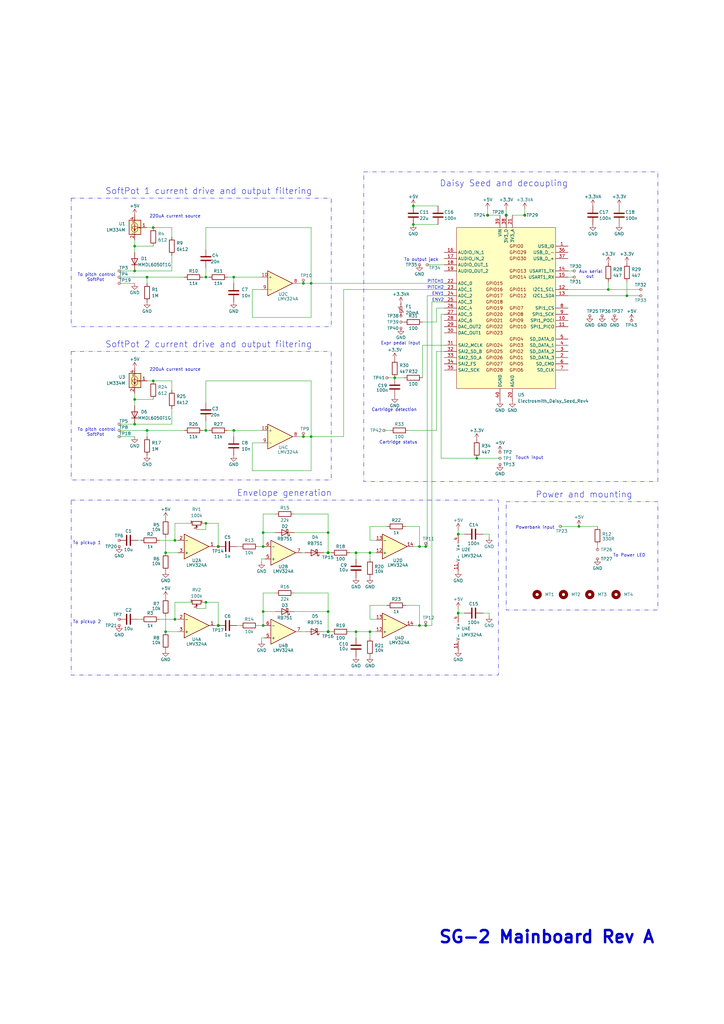
<source format=kicad_sch>
(kicad_sch (version 20230121) (generator eeschema)
  (paper "A3" portrait)
  (junction (at 107.95 250.825))
  (junction (at 151.765 259.08))
  (junction (at 55.245 111.125))
  (junction (at 107.95 256.54))
  (junction (at 257.175 121.285))
  (junction (at 151.765 226.695))
  (junction (at 187.96 251.46))
  (junction (at 127.635 116.205))
  (junction (at 84.455 214.63))
  (junction (at 84.455 113.665))
  (junction (at 127.635 179.07))
  (junction (at 146.05 226.695))
  (junction (at 249.555 118.745))
  (junction (at 169.545 84.455))
  (junction (at 215.265 88.265))
  (junction (at 60.325 113.665))
  (junction (at 172.085 256.54))
  (junction (at 84.455 176.53))
  (junction (at 62.865 156.21))
  (junction (at 146.05 259.08))
  (junction (at 95.885 113.665))
  (junction (at 89.535 256.54))
  (junction (at 71.755 254))
  (junction (at 195.58 187.96))
  (junction (at 169.545 92.075))
  (junction (at 107.95 218.44))
  (junction (at 55.245 173.99))
  (junction (at 134.62 226.695))
  (junction (at 60.325 176.53))
  (junction (at 207.645 88.265))
  (junction (at 124.46 179.07))
  (junction (at 237.49 215.9))
  (junction (at 172.085 224.155))
  (junction (at 71.755 221.615))
  (junction (at 124.46 116.205))
  (junction (at 161.925 154.94))
  (junction (at 187.96 219.075))
  (junction (at 84.455 247.015))
  (junction (at 55.245 100.965))
  (junction (at 95.885 176.53))
  (junction (at 134.62 259.08))
  (junction (at 67.945 259.08))
  (junction (at 55.245 163.83))
  (junction (at 62.865 93.345))
  (junction (at 200.025 88.265))
  (junction (at 107.95 224.155))
  (junction (at 174.625 256.54))
  (junction (at 134.62 218.44))
  (junction (at 174.625 224.155))
  (junction (at 134.62 250.825))
  (junction (at 67.945 226.695))
  (junction (at 89.535 224.155))
  (wire (pts (xy 55.245 98.425) (xy 55.245 100.965)))
  (wire (pts (xy 205.105 187.96) (xy 195.58 187.96)))
  (wire (pts (xy 108.585 229.235) (xy 107.315 229.235)))
  (wire (pts (xy 127.635 179.07) (xy 140.97 179.07)))
  (wire (pts (xy 127.635 116.205) (xy 182.245 116.205)))
  (wire (pts (xy 124.46 177.8) (xy 124.46 179.07)))
  (wire (pts (xy 174.625 222.885) (xy 174.625 224.155)))
  (wire (pts (xy 71.755 214.63) (xy 78.105 214.63)))
  (wire (pts (xy 134.62 259.08) (xy 132.715 259.08)))
  (wire (pts (xy 134.62 226.695) (xy 132.715 226.695)))
  (wire (pts (xy 173.355 141.605) (xy 182.245 141.605)))
  (wire (pts (xy 134.62 226.695) (xy 135.89 226.695)))
  (wire (pts (xy 158.75 248.285) (xy 151.765 248.285)))
  (wire (pts (xy 60.325 113.665) (xy 75.565 113.665)))
  (wire (pts (xy 233.045 118.745) (xy 249.555 118.745)))
  (wire (pts (xy 179.07 126.365) (xy 182.245 126.365)))
  (wire (pts (xy 172.085 248.285) (xy 172.085 256.54)))
  (wire (pts (xy 134.62 210.82) (xy 134.62 218.44)))
  (wire (pts (xy 151.765 254) (xy 154.305 254)))
  (wire (pts (xy 180.975 128.905) (xy 180.975 187.96)))
  (wire (pts (xy 173.355 154.94) (xy 173.355 141.605)))
  (wire (pts (xy 124.46 114.935) (xy 124.46 116.205)))
  (wire (pts (xy 84.455 165.1) (xy 84.455 156.21)))
  (wire (pts (xy 84.455 247.015) (xy 89.535 247.015)))
  (wire (pts (xy 97.155 256.54) (xy 98.425 256.54)))
  (wire (pts (xy 200.66 251.46) (xy 200.66 252.73)))
  (wire (pts (xy 233.045 111.125) (xy 235.585 111.125)))
  (wire (pts (xy 95.885 176.53) (xy 95.885 179.07)))
  (wire (pts (xy 103.505 181.61) (xy 107.315 181.61)))
  (wire (pts (xy 179.07 132.08) (xy 179.07 126.365)))
  (wire (pts (xy 157.48 176.53) (xy 160.02 176.53)))
  (wire (pts (xy 65.405 221.615) (xy 71.755 221.615)))
  (wire (pts (xy 134.62 243.205) (xy 134.62 250.825)))
  (wire (pts (xy 172.085 224.155) (xy 169.545 224.155)))
  (wire (pts (xy 55.245 100.965) (xy 55.245 103.505)))
  (wire (pts (xy 84.455 214.63) (xy 84.455 217.17)))
  (wire (pts (xy 83.185 247.015) (xy 84.455 247.015)))
  (wire (pts (xy 146.05 259.08) (xy 146.05 261.62)))
  (wire (pts (xy 95.885 113.665) (xy 107.315 113.665)))
  (wire (pts (xy 48.895 173.99) (xy 55.245 173.99)))
  (wire (pts (xy 60.325 113.665) (xy 60.325 116.205)))
  (wire (pts (xy 187.96 217.17) (xy 187.96 219.075)))
  (wire (pts (xy 169.545 84.455) (xy 179.705 84.455)))
  (wire (pts (xy 134.62 218.44) (xy 134.62 226.695)))
  (wire (pts (xy 158.75 215.9) (xy 151.765 215.9)))
  (wire (pts (xy 198.12 251.46) (xy 200.66 251.46)))
  (wire (pts (xy 175.26 108.585) (xy 182.245 108.585)))
  (wire (pts (xy 84.455 172.72) (xy 84.455 176.53)))
  (wire (pts (xy 84.455 93.345) (xy 127.635 93.345)))
  (wire (pts (xy 107.95 210.82) (xy 107.95 218.44)))
  (wire (pts (xy 70.485 93.345) (xy 70.485 97.155)))
  (wire (pts (xy 48.895 179.07) (xy 55.245 179.07)))
  (wire (pts (xy 55.245 163.83) (xy 55.245 166.37)))
  (wire (pts (xy 71.755 247.015) (xy 78.105 247.015)))
  (wire (pts (xy 237.49 215.9) (xy 245.11 215.9)))
  (wire (pts (xy 166.37 248.285) (xy 172.085 248.285)))
  (wire (pts (xy 166.37 215.9) (xy 172.085 215.9)))
  (wire (pts (xy 89.535 247.015) (xy 89.535 256.54)))
  (wire (pts (xy 151.765 248.285) (xy 151.765 254)))
  (wire (pts (xy 257.175 115.57) (xy 257.175 121.285)))
  (wire (pts (xy 107.95 243.205) (xy 107.95 250.825)))
  (wire (pts (xy 83.185 113.665) (xy 84.455 113.665)))
  (wire (pts (xy 103.505 118.745) (xy 103.505 130.175)))
  (wire (pts (xy 107.315 229.235) (xy 107.315 230.505)))
  (wire (pts (xy 60.325 156.21) (xy 62.865 156.21)))
  (wire (pts (xy 55.245 161.29) (xy 55.245 163.83)))
  (wire (pts (xy 55.245 163.83) (xy 62.865 163.83)))
  (wire (pts (xy 84.455 109.855) (xy 84.455 113.665)))
  (wire (pts (xy 56.515 221.615) (xy 57.785 221.615)))
  (wire (pts (xy 113.03 218.44) (xy 107.95 218.44)))
  (wire (pts (xy 107.95 250.825) (xy 107.95 256.54)))
  (wire (pts (xy 103.505 118.745) (xy 107.315 118.745)))
  (wire (pts (xy 177.165 123.825) (xy 177.165 256.54)))
  (wire (pts (xy 174.625 255.27) (xy 174.625 256.54)))
  (wire (pts (xy 60.325 176.53) (xy 60.325 179.07)))
  (wire (pts (xy 56.515 254) (xy 57.785 254)))
  (wire (pts (xy 174.625 224.155) (xy 175.26 224.155)))
  (wire (pts (xy 127.635 93.345) (xy 127.635 116.205)))
  (wire (pts (xy 103.505 193.04) (xy 127.635 193.04)))
  (wire (pts (xy 172.085 256.54) (xy 169.545 256.54)))
  (wire (pts (xy 67.945 220.345) (xy 67.945 226.695)))
  (wire (pts (xy 106.045 224.155) (xy 107.95 224.155)))
  (wire (pts (xy 62.865 93.345) (xy 70.485 93.345)))
  (wire (pts (xy 84.455 113.665) (xy 85.725 113.665)))
  (wire (pts (xy 187.96 249.555) (xy 187.96 251.46)))
  (wire (pts (xy 120.65 243.205) (xy 134.62 243.205)))
  (wire (pts (xy 179.07 144.145) (xy 182.245 144.145)))
  (wire (pts (xy 67.945 252.73) (xy 67.945 259.08)))
  (wire (pts (xy 200.66 219.075) (xy 200.66 220.345)))
  (wire (pts (xy 151.765 259.08) (xy 154.305 259.08)))
  (wire (pts (xy 80.645 217.17) (xy 84.455 217.17)))
  (wire (pts (xy 113.03 250.825) (xy 107.95 250.825)))
  (wire (pts (xy 146.05 226.695) (xy 146.05 229.235)))
  (wire (pts (xy 229.87 215.9) (xy 237.49 215.9)))
  (wire (pts (xy 70.485 104.775) (xy 70.485 111.125)))
  (wire (pts (xy 62.865 156.21) (xy 70.485 156.21)))
  (wire (pts (xy 106.045 256.54) (xy 107.95 256.54)))
  (wire (pts (xy 127.635 193.04) (xy 127.635 179.07)))
  (wire (pts (xy 151.765 226.695) (xy 151.765 229.235)))
  (wire (pts (xy 175.26 121.285) (xy 175.26 224.155)))
  (wire (pts (xy 84.455 102.235) (xy 84.455 93.345)))
  (wire (pts (xy 107.315 261.62) (xy 107.315 262.89)))
  (wire (pts (xy 249.555 118.745) (xy 262.89 118.745)))
  (wire (pts (xy 146.05 259.08) (xy 151.765 259.08)))
  (wire (pts (xy 134.62 259.08) (xy 135.89 259.08)))
  (wire (pts (xy 158.75 154.94) (xy 161.925 154.94)))
  (wire (pts (xy 88.265 224.155) (xy 89.535 224.155)))
  (wire (pts (xy 177.165 123.825) (xy 182.245 123.825)))
  (wire (pts (xy 89.535 214.63) (xy 89.535 224.155)))
  (wire (pts (xy 140.97 118.745) (xy 140.97 179.07)))
  (wire (pts (xy 127.635 156.21) (xy 127.635 179.07)))
  (wire (pts (xy 249.555 115.57) (xy 249.555 118.745)))
  (wire (pts (xy 187.96 219.075) (xy 190.5 219.075)))
  (wire (pts (xy 143.51 259.08) (xy 146.05 259.08)))
  (wire (pts (xy 123.825 259.08) (xy 125.095 259.08)))
  (wire (pts (xy 67.945 226.695) (xy 73.025 226.695)))
  (wire (pts (xy 187.96 251.46) (xy 190.5 251.46)))
  (wire (pts (xy 174.625 256.54) (xy 177.165 256.54)))
  (wire (pts (xy 70.485 111.125) (xy 55.245 111.125)))
  (wire (pts (xy 55.245 100.965) (xy 62.865 100.965)))
  (wire (pts (xy 113.03 210.82) (xy 107.95 210.82)))
  (wire (pts (xy 180.975 187.96) (xy 195.58 187.96)))
  (wire (pts (xy 108.585 261.62) (xy 107.315 261.62)))
  (wire (pts (xy 48.895 176.53) (xy 60.325 176.53)))
  (wire (pts (xy 93.345 113.665) (xy 95.885 113.665)))
  (wire (pts (xy 151.765 259.08) (xy 151.765 261.62)))
  (wire (pts (xy 70.485 167.64) (xy 70.485 173.99)))
  (wire (pts (xy 164.465 132.08) (xy 165.735 132.08)))
  (wire (pts (xy 172.085 224.155) (xy 174.625 224.155)))
  (wire (pts (xy 70.485 173.99) (xy 55.245 173.99)))
  (wire (pts (xy 123.825 226.695) (xy 125.095 226.695)))
  (wire (pts (xy 151.765 221.615) (xy 154.305 221.615)))
  (wire (pts (xy 172.085 256.54) (xy 174.625 256.54)))
  (wire (pts (xy 120.65 210.82) (xy 134.62 210.82)))
  (wire (pts (xy 127.635 130.175) (xy 127.635 116.205)))
  (wire (pts (xy 233.045 121.285) (xy 257.175 121.285)))
  (wire (pts (xy 257.175 121.285) (xy 262.89 121.285)))
  (wire (pts (xy 103.505 181.61) (xy 103.505 193.04)))
  (wire (pts (xy 67.945 259.08) (xy 73.025 259.08)))
  (wire (pts (xy 169.545 92.075) (xy 179.705 92.075)))
  (wire (pts (xy 200.025 85.725) (xy 200.025 88.265)))
  (wire (pts (xy 167.64 176.53) (xy 179.07 176.53)))
  (wire (pts (xy 103.505 130.175) (xy 127.635 130.175)))
  (wire (pts (xy 71.755 214.63) (xy 71.755 221.615)))
  (wire (pts (xy 134.62 250.825) (xy 134.62 259.08)))
  (wire (pts (xy 120.65 218.44) (xy 134.62 218.44)))
  (wire (pts (xy 233.045 113.665) (xy 235.585 113.665)))
  (wire (pts (xy 175.26 121.285) (xy 182.245 121.285)))
  (wire (pts (xy 88.265 256.54) (xy 89.535 256.54)))
  (wire (pts (xy 210.185 88.265) (xy 215.265 88.265)))
  (wire (pts (xy 70.485 156.21) (xy 70.485 160.02)))
  (wire (pts (xy 172.085 215.9) (xy 172.085 224.155)))
  (wire (pts (xy 151.765 215.9) (xy 151.765 221.615)))
  (wire (pts (xy 143.51 226.695) (xy 146.05 226.695)))
  (wire (pts (xy 84.455 156.21) (xy 127.635 156.21)))
  (wire (pts (xy 71.755 254) (xy 73.025 254)))
  (wire (pts (xy 113.03 243.205) (xy 107.95 243.205)))
  (wire (pts (xy 146.05 226.695) (xy 151.765 226.695)))
  (wire (pts (xy 127.635 179.07) (xy 124.46 179.07)))
  (wire (pts (xy 60.325 93.345) (xy 62.865 93.345)))
  (wire (pts (xy 107.95 224.155) (xy 108.585 224.155)))
  (wire (pts (xy 198.12 219.075) (xy 200.66 219.075)))
  (wire (pts (xy 245.11 223.52) (xy 245.11 225.425)))
  (wire (pts (xy 124.46 179.07) (xy 122.555 179.07)))
  (wire (pts (xy 71.755 221.615) (xy 73.025 221.615)))
  (wire (pts (xy 173.355 132.08) (xy 179.07 132.08)))
  (wire (pts (xy 107.95 256.54) (xy 108.585 256.54)))
  (wire (pts (xy 107.95 218.44) (xy 107.95 224.155)))
  (wire (pts (xy 200.025 88.265) (xy 205.105 88.265)))
  (wire (pts (xy 124.46 116.205) (xy 122.555 116.205)))
  (wire (pts (xy 93.345 176.53) (xy 95.885 176.53)))
  (wire (pts (xy 127.635 116.205) (xy 124.46 116.205)))
  (wire (pts (xy 83.185 176.53) (xy 84.455 176.53)))
  (wire (pts (xy 95.885 113.665) (xy 95.885 116.205)))
  (wire (pts (xy 65.405 254) (xy 71.755 254)))
  (wire (pts (xy 207.645 85.725) (xy 207.645 88.265)))
  (wire (pts (xy 48.895 116.205) (xy 55.245 116.205)))
  (wire (pts (xy 83.185 214.63) (xy 84.455 214.63)))
  (wire (pts (xy 71.755 247.015) (xy 71.755 254)))
  (wire (pts (xy 48.895 113.665) (xy 60.325 113.665)))
  (wire (pts (xy 151.765 226.695) (xy 154.305 226.695)))
  (wire (pts (xy 182.245 128.905) (xy 180.975 128.905)))
  (wire (pts (xy 84.455 249.555) (xy 84.455 247.015)))
  (wire (pts (xy 60.325 176.53) (xy 75.565 176.53)))
  (wire (pts (xy 80.645 249.555) (xy 84.455 249.555)))
  (wire (pts (xy 95.885 176.53) (xy 107.315 176.53)))
  (wire (pts (xy 97.155 224.155) (xy 98.425 224.155)))
  (wire (pts (xy 215.265 85.725) (xy 215.265 88.265)))
  (wire (pts (xy 182.245 118.745) (xy 140.97 118.745)))
  (wire (pts (xy 84.455 176.53) (xy 85.725 176.53)))
  (wire (pts (xy 161.925 154.94) (xy 165.735 154.94)))
  (wire (pts (xy 84.455 214.63) (xy 89.535 214.63)))
  (wire (pts (xy 120.65 250.825) (xy 134.62 250.825)))
  (wire (pts (xy 179.07 176.53) (xy 179.07 144.145)))
  (wire (pts (xy 48.895 111.125) (xy 55.245 111.125)))
  (rectangle (start 29.21 205.105) (end 204.47 276.86) (stroke (width 0) (type dash_dot_dot)))
  (rectangle (start 29.21 144.145) (end 135.89 196.85) (stroke (width 0) (type dash_dot_dot)))
  (rectangle (start 207.645 205.74) (end 269.875 250.19) (stroke (width 0) (type dash_dot_dot)))
  (rectangle (start 29.21 81.28) (end 135.89 133.985) (stroke (width 0) (type dash_dot_dot)))
  (rectangle (start 149.225 70.485) (end 269.875 197.485) (stroke (width 0) (type dash_dot_dot)))
  (text "To Power LED" (at 251.46 228.6 0) (effects (font (size 1.27 1.27)) (justify left bottom)))
  (text "To output jack" (at 165.735 107.315 0) (effects (font (size 1.27 1.27)) (justify left bottom)))
  (text "Power and mounting" (at 219.71 204.47 0) (effects (font (size 2.54 2.54)) (justify left bottom)))
  (text "Cartridge status" (at 155.575 182.245 0) (effects (font (size 1.27 1.27)) (justify left bottom)))
  (text "Powerbank input" (at 211.455 217.17 0) (effects (font (size 1.27 1.27)) (justify left bottom)))
  (text "Cartridge detection" (at 152.4 168.91 0) (effects (font (size 1.27 1.27)) (justify left bottom)))
  (text "Envelope generation" (at 97.155 203.835 0) (effects (font (size 2.54 2.54)) (justify left bottom)))
  (text "SoftPot 2 current drive and output filtering" (at 43.18 142.875 0) (effects (font (size 2.54 2.54)) (justify left bottom)))
  (text "Touch input" (at 211.455 188.595 0) (effects (font (size 1.27 1.27)) (justify left bottom)))
  (text "ENV2" (at 177.165 123.825 0) (effects (font (size 1.27 1.27)) (justify left bottom)))
  (text "Aux serial \n   out" (at 237.49 114.3 0) (effects (font (size 1.27 1.27)) (justify left bottom)))
  (text " 220uA current source" (at 60.325 89.535 0) (effects (font (size 1.27 1.27)) (justify left bottom)))
  (text "To pitch control \n    SoftPot" (at 31.75 115.57 0) (effects (font (size 1.27 1.27)) (justify left bottom)))
  (text "SoftPot 1 current drive and output filtering" (at 43.18 80.01 0) (effects (font (size 2.54 2.54)) (justify left bottom)))
  (text "PITCH1" (at 175.26 116.205 0) (effects (font (size 1.27 1.27)) (justify left bottom)))
  (text "To pitch control \n    SoftPot" (at 31.75 179.07 0) (effects (font (size 1.27 1.27)) (justify left bottom)))
  (text "Expr pedal input" (at 156.21 141.605 0) (effects (font (size 1.27 1.27)) (justify left bottom)))
  (text "To pickup 2" (at 29.845 255.905 0) (effects (font (size 1.27 1.27)) (justify left bottom)))
  (text "Daisy Seed and decoupling" (at 180.34 76.835 0) (effects (font (size 2.54 2.54)) (justify left bottom)))
  (text "To pickup 1" (at 29.845 223.52 0) (effects (font (size 1.27 1.27)) (justify left bottom)))
  (text "PITCH2" (at 175.26 118.745 0) (effects (font (size 1.27 1.27)) (justify left bottom)))
  (text "SG-2 Mainboard Rev A" (at 179.705 387.35 0) (effects (font (size 5 5) (thickness 1) bold) (justify left bottom)))
  (text " 220uA current source" (at 60.325 152.4 0) (effects (font (size 1.27 1.27)) (justify left bottom)))
  (text "ENV1" (at 177.165 121.285 0) (effects (font (size 1.27 1.27)) (justify left bottom)))
  (symbol (lib_id "Device:R") (at 70.485 163.83 0) (unit 1)
    (property "Reference" "R25" (at 72.39 162.56 0) (effects (justify left)))
    (property "Value" "6k12" (at 72.39 165.1 0) (effects (justify left)))
    (property "Footprint" "Resistor_SMD:R_0805_2012Metric" (effects hide))
  )
  (symbol (lib_id "Device:R") (at 62.865 160.02 0) (unit 1)
    (property "Reference" "R24" (at 64.77 158.75 0) (effects (justify left)))
    (property "Value" "612" (at 64.77 161.29 0) (effects (justify left)))
    (property "Footprint" "Resistor_SMD:R_0805_2012Metric" (effects hide))
  )
  (symbol (lib_id "Device:R") (at 257.175 111.76 0) (unit 1)
    (property "Reference" "R29" (at 259.08 110.49 0) (effects (justify left)))
    (property "Value" "4k7" (at 259.08 113.03 0) (effects (justify left)))
    (property "Footprint" "Resistor_SMD:R_0805_2012Metric" (effects hide))
  )
  (symbol (lib_id "Connector:TestPoint_Small") (at 262.89 118.745 0) (unit 1)
    (property "Reference" "TP32" (at 260.35 116.84 0) (effects (justify left)))
    (property "Value" "TestPoint_Small" (effects hide))
    (property "Footprint" "TestPoint:TestPoint_THTPad_D1.5mm_Drill0.7mm" (effects hide))
  )
  (symbol (lib_id "power:GND") (at 67.945 266.7 0) (unit 1)
    (property "Reference" "#PWR014" (effects hide))
    (property "Value" "GND" (at 67.945 270.51 0))
  )
  (symbol (lib_id "Device:D_Schottky") (at 128.905 259.08 180) (unit 1)
    (property "Reference" "D5" (at 129.2225 252.73 0))
    (property "Value" "RB751" (at 129.2225 255.27 0))
    (property "Footprint" "Diode_SMD:D_SOD-123F" (effects hide))
  )
  (symbol (lib_id "Connector:TestPoint_Small") (at 48.895 111.125 0) (unit 1)
    (property "Reference" "TP3" (at 48.895 109.855 0) (effects (justify left)))
    (property "Value" "TestPoint_Small" (effects hide))
    (property "Footprint" "TestPoint:TestPoint_THTPad_D1.5mm_Drill0.7mm" (effects hide))
  )
  (symbol (lib_id "Device:R") (at 67.945 230.505 0) (unit 1)
    (property "Reference" "R6" (at 64.135 229.235 0))
    (property "Value" "10k" (at 64.135 231.14 0))
    (property "Footprint" "Resistor_SMD:R_0805_2012Metric" (effects hide))
  )
  (symbol (lib_id "Device:R") (at 67.945 248.92 180) (unit 1)
    (property "Reference" "R7" (at 64.135 247.65 0))
    (property "Value" "10k" (at 64.135 249.555 0))
    (property "Footprint" "Resistor_SMD:R_0805_2012Metric" (effects hide))
  )
  (symbol (lib_id "Amplifier_Operational:LMV324") (at 161.925 256.54 0) (mirror x) (unit 4)
    (property "Reference" "U4" (at 163.83 261.62 0))
    (property "Value" "LMV324A" (at 163.83 263.525 0))
    (property "Footprint" "Package_SO:SOIC-14_3.9x8.7mm_P1.27mm" (effects hide))
    (property "Datasheet" "http://www.ti.com/lit/ds/symlink/lmv324.pdf" (effects hide))
  )
  (symbol (lib_id "Device:R") (at 89.535 113.665 90) (unit 1)
    (property "Reference" "R11" (at 89.535 111.125 90))
    (property "Value" "11k" (at 89.535 116.205 90))
    (property "Footprint" "Resistor_SMD:R_0805_2012Metric" (effects hide))
  )
  (symbol (lib_id "Device:D_Schottky") (at 116.84 250.825 180) (unit 1)
    (property "Reference" "D3" (at 116.84 248.285 0))
    (property "Value" "RB751" (at 116.84 253.365 0))
    (property "Footprint" "Diode_SMD:D_SOD-123F" (effects hide))
  )
  (symbol (lib_id "Connector:TestPoint_Small") (at 48.895 221.615 0) (unit 1)
    (property "Reference" "TP6" (at 46.99 219.71 0) (effects (justify left)))
    (property "Value" "TestPoint_Small" (effects hide))
    (property "Footprint" "TestPoint:TestPoint_THTPad_D1.5mm_Drill0.7mm" (effects hide))
  )
  (symbol (lib_id "Device:R") (at 151.765 233.045 0) (unit 1)
    (property "Reference" "R20" (at 155.575 232.41 0))
    (property "Value" "10k" (at 155.575 234.315 0))
    (property "Footprint" "Resistor_SMD:R_0805_2012Metric" (effects hide))
  )
  (symbol (lib_id "power:GND") (at 55.245 179.07 0) (unit 1)
    (property "Reference" "#PWR017" (effects hide))
    (property "Value" "GND" (at 55.245 182.88 0))
  )
  (symbol (lib_id "Device:D") (at 55.245 107.315 90) (unit 1)
    (property "Reference" "D1" (at 57.785 106.045 90) (effects (justify right)))
    (property "Value" "MMDL6050T1G" (at 56.515 108.585 90) (effects (justify right)))
    (property "Footprint" "Diode_SMD:D_SOD-323" (effects hide))
    (property "Sim.Device" "D" (effects hide))
    (property "Sim.Pins" "1=K 2=A" (effects hide))
  )
  (symbol (lib_id "Device:R_Potentiometer_Small") (at 80.645 214.63 270) (unit 1)
    (property "Reference" "RV1" (at 80.645 208.915 90))
    (property "Value" "100k" (at 80.645 211.455 90))
    (property "Footprint" "Potentiometer_SMD:Potentiometer_Bourns_3224W_Vertical" (effects hide))
  )
  (symbol (lib_id "Device:C") (at 93.345 224.155 270) (unit 1)
    (property "Reference" "C5" (at 93.345 220.345 90))
    (property "Value" "1u" (at 93.345 227.965 90))
    (property "Footprint" "Capacitor_SMD:C_0805_2012Metric" (effects hide))
  )
  (symbol (lib_id "power:+3.3V") (at 254 84.455 0) (unit 1)
    (property "Reference" "#PWR02" (effects hide))
    (property "Value" "+3.3V" (at 254 80.645 0))
  )
  (symbol (lib_id "Device:R") (at 249.555 111.76 0) (unit 1)
    (property "Reference" "R28" (at 251.46 110.49 0) (effects (justify left)))
    (property "Value" "4k7" (at 251.46 113.03 0) (effects (justify left)))
    (property "Footprint" "Resistor_SMD:R_0805_2012Metric" (effects hide))
  )
  (symbol (lib_id "Connector:TestPoint_Small") (at 89.535 256.54 0) (unit 1)
    (property "Reference" "TP17" (at 86.995 258.445 0) (effects (justify left)))
    (property "Value" "TestPoint_Small" (effects hide))
    (property "Footprint" "TestPoint:TestPoint_THTPad_D1.0mm_Drill0.5mm" (effects hide))
  )
  (symbol (lib_id "power:+5V") (at 55.245 151.13 0) (unit 1)
    (property "Reference" "#PWR015" (effects hide))
    (property "Value" "+5V" (at 55.245 147.32 0))
  )
  (symbol (lib_id "power:GND") (at 200.66 220.345 0) (unit 1)
    (property "Reference" "#PWR038" (effects hide))
    (property "Value" "GND" (at 200.66 224.155 0))
  )
  (symbol (lib_id "Amplifier_Operational:LMV324") (at 161.925 224.155 0) (mirror x) (unit 4)
    (property "Reference" "U2" (at 163.195 229.87 0))
    (property "Value" "LMV324A" (at 163.195 231.775 0))
    (property "Footprint" "Package_SO:SOIC-14_3.9x8.7mm_P1.27mm" (effects hide))
    (property "Datasheet" "http://www.ti.com/lit/ds/symlink/lmv324.pdf" (effects hide))
  )
  (symbol (lib_id "Amplifier_Operational:LMV324") (at 116.205 226.695 0) (mirror x) (unit 2)
    (property "Reference" "U2" (at 116.205 232.41 0))
    (property "Value" "LMV324A" (at 116.205 234.315 0))
    (property "Footprint" "Package_SO:SOIC-14_3.9x8.7mm_P1.27mm" (effects hide))
    (property "Datasheet" "http://www.ti.com/lit/ds/symlink/lmv324.pdf" (effects hide))
  )
  (symbol (lib_id "Connector:TestPoint_Small") (at 48.895 176.53 0) (unit 1)
    (property "Reference" "TP8" (at 48.895 175.26 0) (effects (justify left)))
    (property "Value" "TestPoint_Small" (effects hide))
    (property "Footprint" "TestPoint:TestPoint_THTPad_D1.5mm_Drill0.7mm" (effects hide))
  )
  (symbol (lib_id "power:GND") (at 60.325 123.825 0) (unit 1)
    (property "Reference" "#PWR010" (effects hide))
    (property "Value" "GND" (at 60.325 127.635 0))
  )
  (symbol (lib_id "Connector:TestPoint_Small") (at 229.87 215.9 0) (unit 1)
    (property "Reference" "TP23" (at 227.965 217.805 0) (effects (justify left)))
    (property "Value" "TestPoint_Small" (effects hide))
    (property "Footprint" "TestPoint:TestPoint_THTPad_D1.5mm_Drill0.7mm" (effects hide))
  )
  (symbol (lib_id "Connector:TestPoint_Small") (at 247.015 129.54 0) (unit 1)
    (property "Reference" "TP36" (at 245.745 127.635 0) (effects (justify left)))
    (property "Value" "TestPoint_Small" (effects hide))
    (property "Footprint" "TestPoint:TestPoint_THTPad_D1.5mm_Drill0.7mm" (effects hide))
  )
  (symbol (lib_id "power:+5V") (at 259.08 131.445 0) (unit 1)
    (property "Reference" "#PWR03" (effects hide))
    (property "Value" "+5V" (at 259.08 127.635 0))
  )
  (symbol (lib_id "Mechanical:MountingHole") (at 241.935 243.84 0) (unit 1)
    (property "Reference" "MT3" (at 245.11 243.84 0) (effects (justify left)))
    (property "Value" "MountingHole" (effects hide))
    (property "Footprint" "MountingHole:MountingHole_3.2mm_M3" (effects hide))
  )
  (symbol (lib_id "Connector:TestPoint_Small") (at 48.895 256.54 0) (unit 1)
    (property "Reference" "TP21" (at 43.18 256.54 0) (effects (justify left)))
    (property "Value" "TestPoint_Small" (effects hide))
    (property "Footprint" "TestPoint:TestPoint_THTPad_D1.5mm_Drill0.7mm" (effects hide))
  )
  (symbol (lib_id "Device:R") (at 79.375 113.665 90) (unit 1)
    (property "Reference" "R10" (at 79.375 111.125 90))
    (property "Value" "11k" (at 79.375 116.205 90))
    (property "Footprint" "Resistor_SMD:R_0805_2012Metric" (effects hide))
  )
  (symbol (lib_id "power:GND") (at 151.765 269.24 0) (unit 1)
    (property "Reference" "#PWR025" (effects hide))
    (property "Value" "GND" (at 151.765 273.05 0))
  )
  (symbol (lib_id "power:GND") (at 205.105 164.465 0) (unit 1)
    (property "Reference" "#PWR029" (effects hide))
    (property "Value" "GND" (at 205.105 168.275 0))
  )
  (symbol (lib_id "Connector:TestPoint_Small") (at 205.105 185.42 0) (unit 1)
    (property "Reference" "TP2" (at 206.375 185.42 0) (effects (justify left)))
    (property "Value" "TestPoint_Small" (effects hide))
    (property "Footprint" "TestPoint:TestPoint_THTPad_D1.5mm_Drill0.7mm" (effects hide))
  )
  (symbol (lib_id "power:GND") (at 107.315 230.505 0) (unit 1)
    (property "Reference" "#PWR018" (effects hide))
    (property "Value" "GND" (at 107.315 234.315 0))
  )
  (symbol (lib_id "Device:R_Potentiometer_Small") (at 80.645 247.015 270) (unit 1)
    (property "Reference" "RV2" (at 80.645 241.935 90))
    (property "Value" "100k" (at 80.645 244.475 90))
    (property "Footprint" "Potentiometer_SMD:Potentiometer_Bourns_3224W_Vertical" (effects hide))
  )
  (symbol (lib_id "Connector:TestPoint_Small") (at 164.465 132.08 0) (unit 1)
    (property "Reference" "TP39" (at 158.75 132.08 0) (effects (justify left)))
    (property "Value" "TestPoint_Small" (effects hide))
    (property "Footprint" "TestPoint:TestPoint_THTPad_D1.5mm_Drill0.7mm" (effects hide))
  )
  (symbol (lib_id "Device:R") (at 89.535 176.53 90) (unit 1)
    (property "Reference" "R27" (at 89.535 173.99 90))
    (property "Value" "11k" (at 89.535 179.07 90))
    (property "Footprint" "Resistor_SMD:R_0805_2012Metric" (effects hide))
  )
  (symbol (lib_id "Connector:TestPoint_Small") (at 48.895 113.665 0) (unit 1)
    (property "Reference" "TP4" (at 48.895 112.395 0) (effects (justify left)))
    (property "Value" "TestPoint_Small" (effects hide))
    (property "Footprint" "TestPoint:TestPoint_THTPad_D1.5mm_Drill0.7mm" (effects hide))
  )
  (symbol (lib_id "power:+3.3VA") (at 215.265 85.725 0) (unit 1)
    (property "Reference" "#PWR040" (effects hide))
    (property "Value" "+3.3VA" (at 215.265 81.915 0))
  )
  (symbol (lib_id "Device:R") (at 169.545 154.94 90) (unit 1)
    (property "Reference" "R32" (at 171.45 152.4 90) (effects (justify left)))
    (property "Value" "100" (at 171.45 157.48 90) (effects (justify left)))
    (property "Footprint" "Resistor_SMD:R_0805_2012Metric" (effects hide))
  )
  (symbol (lib_id "power:GND") (at 247.015 129.54 0) (unit 1)
    (property "Reference" "#PWR048" (effects hide))
    (property "Value" "GND" (at 247.015 133.35 0))
  )
  (symbol (lib_id "Connector:TestPoint_Small") (at 48.895 224.155 0) (unit 1)
    (property "Reference" "TP20" (at 43.18 224.155 0) (effects (justify left)))
    (property "Value" "TestPoint_Small" (effects hide))
    (property "Footprint" "TestPoint:TestPoint_THTPad_D1.5mm_Drill0.7mm" (effects hide))
  )
  (symbol (lib_id "Device:R") (at 61.595 254 90) (unit 1)
    (property "Reference" "R3" (at 61.595 251.46 90))
    (property "Value" "1k" (at 61.595 256.54 90))
    (property "Footprint" "Resistor_SMD:R_0805_2012Metric" (effects hide))
  )
  (symbol (lib_id "Device:C") (at 84.455 106.045 180) (unit 1)
    (property "Reference" "C4" (at 88.265 104.775 0))
    (property "Value" "20n" (at 88.265 107.315 0))
    (property "Footprint" "Capacitor_SMD:C_0805_2012Metric" (effects hide))
  )
  (symbol (lib_id "Connector:TestPoint_Small") (at 200.025 88.265 0) (unit 1)
    (property "Reference" "TP24" (at 194.31 88.265 0) (effects (justify left)))
    (property "Value" "TestPoint_Small" (effects hide))
    (property "Footprint" "TestPoint:TestPoint_THTPad_D1.5mm_Drill0.7mm" (effects hide))
  )
  (symbol (lib_id "Device:R") (at 162.56 215.9 270) (unit 1)
    (property "Reference" "R22" (at 162.56 213.36 90))
    (property "Value" "1k" (at 162.56 218.44 90))
    (property "Footprint" "Resistor_SMD:R_0805_2012Metric" (effects hide))
  )
  (symbol (lib_id "Connector:TestPoint_Small") (at 235.585 113.665 0) (unit 1)
    (property "Reference" "TP31" (at 233.68 115.57 0) (effects (justify left)))
    (property "Value" "TestPoint_Small" (effects hide))
    (property "Footprint" "TestPoint:TestPoint_THTPad_D1.5mm_Drill0.7mm" (effects hide))
  )
  (symbol (lib_id "Device:C") (at 194.31 219.075 270) (unit 1)
    (property "Reference" "C14" (at 194.31 215.265 90))
    (property "Value" "100n" (at 194.31 222.885 90))
    (property "Footprint" "Capacitor_SMD:C_0805_2012Metric" (effects hide))
  )
  (symbol (lib_id "power:GND") (at 254 92.075 0) (unit 1)
    (property "Reference" "#PWR045" (effects hide))
    (property "Value" "GND" (at 254 95.885 0))
  )
  (symbol (lib_id "power:+3.3V") (at 195.58 180.34 0) (unit 1)
    (property "Reference" "#PWR033" (effects hide))
    (property "Value" "+3.3V" (at 195.58 176.53 0))
  )
  (symbol (lib_id "Device:R") (at 163.83 176.53 90) (unit 1)
    (property "Reference" "R33" (at 165.735 173.99 90) (effects (justify left)))
    (property "Value" "100" (at 165.735 179.07 90) (effects (justify left)))
    (property "Footprint" "Resistor_SMD:R_0805_2012Metric" (effects hide))
  )
  (symbol (lib_id "Device:C") (at 243.205 88.265 180) (unit 1)
    (property "Reference" "C17" (at 245.745 86.995 0) (effects (justify right)))
    (property "Value" "100n" (at 245.745 89.535 0) (effects (justify right)))
    (property "Footprint" "Capacitor_SMD:C_0805_2012Metric" (effects hide))
  )
  (symbol (lib_id "Connector:TestPoint_Small") (at 157.48 176.53 0) (unit 1)
    (property "Reference" "TP42" (at 151.765 176.53 0) (effects (justify left)))
    (property "Value" "TestPoint_Small" (effects hide))
    (property "Footprint" "TestPoint:TestPoint_THTPad_D1.5mm_Drill0.7mm" (effects hide))
  )
  (symbol (lib_id "power:GND") (at 252.095 129.54 0) (unit 1)
    (property "Reference" "#PWR049" (effects hide))
    (property "Value" "GND" (at 252.095 133.35 0))
  )
  (symbol (lib_id "power:GND") (at 146.05 269.24 0) (unit 1)
    (property "Reference" "#PWR023" (effects hide))
    (property "Value" "GND" (at 146.05 273.05 0))
  )
  (symbol (lib_id "Connector:TestPoint_Small") (at 241.935 129.54 0) (unit 1)
    (property "Reference" "TP25" (at 240.665 127.635 0) (effects (justify left)))
    (property "Value" "TestPoint_Small" (effects hide))
    (property "Footprint" "TestPoint:TestPoint_THTPad_D1.5mm_Drill0.7mm" (effects hide))
  )
  (symbol (lib_id "Device:R") (at 60.325 182.88 0) (unit 1)
    (property "Reference" "R17" (at 62.23 181.61 0) (effects (justify left)))
    (property "Value" "1M" (at 62.23 184.15 0) (effects (justify left)))
    (property "Footprint" "Resistor_SMD:R_0805_2012Metric" (effects hide))
  )
  (symbol (lib_id "power:GND") (at 164.465 134.62 0) (unit 1)
    (property "Reference" "#PWR031" (effects hide))
    (property "Value" "GND" (at 164.465 138.43 0))
  )
  (symbol (lib_id "Amplifier_Operational:LMV324") (at 80.645 224.155 0) (mirror x) (unit 1)
    (property "Reference" "U2" (at 80.645 229.87 0))
    (property "Value" "LMV324A" (at 80.645 231.775 0))
    (property "Footprint" "Package_SO:SOIC-14_3.9x8.7mm_P1.27mm" (effects hide))
    (property "Datasheet" "http://www.ti.com/lit/ds/symlink/lmv324.pdf" (effects hide))
  )
  (symbol (lib_id "power:GND") (at 48.895 256.54 0) (unit 1)
    (property "Reference" "#PWR05" (effects hide))
    (property "Value" "GND" (at 48.895 260.35 0))
  )
  (symbol (lib_id "Connector:TestPoint_Small") (at 48.895 179.07 0) (unit 1)
    (property "Reference" "TP18" (at 48.895 177.8 0) (effects (justify left)))
    (property "Value" "TestPoint_Small" (effects hide))
    (property "Footprint" "TestPoint:TestPoint_THTPad_D1.5mm_Drill0.7mm" (effects hide))
  )
  (symbol (lib_id "Amplifier_Operational:LMV324") (at 80.645 256.54 0) (mirror x) (unit 1)
    (property "Reference" "U4" (at 80.645 262.255 0))
    (property "Value" "LMV324A" (at 80.645 264.16 0))
    (property "Footprint" "Package_SO:SOIC-14_3.9x8.7mm_P1.27mm" (effects hide))
    (property "Datasheet" "http://www.ti.com/lit/ds/symlink/lmv324.pdf" (effects hide))
  )
  (symbol (lib_id "Connector:TestPoint_Small") (at 262.89 121.285 0) (unit 1)
    (property "Reference" "TP33" (at 260.35 123.19 0) (effects (justify left)))
    (property "Value" "TestPoint_Small" (effects hide))
    (property "Footprint" "TestPoint:TestPoint_THTPad_D1.5mm_Drill0.7mm" (effects hide))
  )
  (symbol (lib_id "power:GND") (at 210.185 164.465 0) (unit 1)
    (property "Reference" "#PWR032" (effects hide))
    (property "Value" "GND" (at 210.185 168.275 0))
  )
  (symbol (lib_id "Connector:TestPoint_Small") (at 174.625 255.27 0) (unit 1)
    (property "Reference" "TP12" (at 173.355 253.365 0) (effects (justify left)))
    (property "Value" "TestPoint_Small" (effects hide))
    (property "Footprint" "TestPoint:TestPoint_THTPad_D1.5mm_Drill0.7mm" (effects hide))
  )
  (symbol (lib_id "Connector:TestPoint_Small") (at 235.585 111.125 0) (unit 1)
    (property "Reference" "TP30" (at 233.68 109.22 0) (effects (justify left)))
    (property "Value" "TestPoint_Small" (effects hide))
    (property "Footprint" "TestPoint:TestPoint_THTPad_D1.5mm_Drill0.7mm" (effects hide))
  )
  (symbol (lib_id "power:+5V") (at 67.945 212.725 0) (unit 1)
    (property "Reference" "#PWR011" (effects hide))
    (property "Value" "+5V" (at 67.945 208.915 0))
  )
  (symbol (lib_id "power:+3.3VA") (at 164.465 124.46 0) (unit 1)
    (property "Reference" "#PWR030" (effects hide))
    (property "Value" "+3.3VA" (at 164.465 120.65 0))
  )
  (symbol (lib_id "Device:C") (at 169.545 88.265 180) (unit 1)
    (property "Reference" "C11" (at 172.085 86.995 0) (effects (justify right)))
    (property "Value" "22u" (at 172.085 89.535 0) (effects (justify right)))
    (property "Footprint" "Capacitor_SMD:C_0805_2012Metric" (effects hide))
  )
  (symbol (lib_id "power:+5V") (at 205.105 185.42 0) (unit 1)
    (property "Reference" "#PWR052" (effects hide))
    (property "Value" "+5V" (at 205.105 181.61 0))
  )
  (symbol (lib_id "Device:C") (at 194.31 251.46 270) (unit 1)
    (property "Reference" "C15" (at 194.31 247.65 90))
    (property "Value" "100n" (at 194.31 255.27 90))
    (property "Footprint" "Capacitor_SMD:C_0805_2012Metric" (effects hide))
  )
  (symbol (lib_id "power:+3.3VA") (at 243.205 84.455 0) (unit 1)
    (property "Reference" "#PWR042" (effects hide))
    (property "Value" "+3.3VA" (at 243.205 80.645 0))
  )
  (symbol (lib_id "Device:R") (at 61.595 221.615 90) (unit 1)
    (property "Reference" "R2" (at 61.595 219.075 90))
    (property "Value" "1k" (at 61.595 224.155 90))
    (property "Footprint" "Resistor_SMD:R_0805_2012Metric" (effects hide))
  )
  (symbol (lib_id "Device:C") (at 146.05 233.045 0) (unit 1)
    (property "Reference" "C9" (at 140.97 231.775 0))
    (property "Value" "10u" (at 140.97 233.68 0))
    (property "Footprint" "Capacitor_SMD:C_0805_2012Metric" (effects hide))
  )
  (symbol (lib_id "Amplifier_Operational:LMV324") (at 116.205 259.08 0) (mirror x) (unit 2)
    (property "Reference" "U4" (at 116.205 264.795 0))
    (property "Value" "LMV324A" (at 116.205 266.7 0))
    (property "Footprint" "Package_SO:SOIC-14_3.9x8.7mm_P1.27mm" (effects hide))
    (property "Datasheet" "http://www.ti.com/lit/ds/symlink/lmv324.pdf" (effects hide))
  )
  (symbol (lib_id "power:+5V") (at 237.49 215.9 0) (unit 1)
    (property "Reference" "#PWR028" (effects hide))
    (property "Value" "+5V" (at 237.49 212.09 0))
  )
  (symbol (lib_id "power:+3.3V") (at 161.925 147.32 0) (unit 1)
    (property "Reference" "#PWR050" (effects hide))
    (property "Value" "+3.3V" (at 161.925 143.51 0))
  )
  (symbol (lib_id "Device:C") (at 146.05 265.43 0) (unit 1)
    (property "Reference" "C10" (at 140.97 264.16 0))
    (property "Value" "10u" (at 140.97 266.065 0))
    (property "Footprint" "Capacitor_SMD:C_0805_2012Metric" (effects hide))
  )
  (symbol (lib_id "Connector:TestPoint_Small") (at 172.085 108.585 0) (unit 1)
    (property "Reference" "TP35" (at 166.37 108.585 0) (effects (justify left)))
    (property "Value" "TestPoint_Small" (effects hide))
    (property "Footprint" "TestPoint:TestPoint_THTPad_D1.5mm_Drill0.7mm" (effects hide))
  )
  (symbol (lib_id "Device:R") (at 139.7 259.08 270) (unit 1)
    (property "Reference" "R19" (at 139.7 256.54 90))
    (property "Value" "100" (at 139.7 261.62 90))
    (property "Footprint" "Resistor_SMD:R_0805_2012Metric" (effects hide))
  )
  (symbol (lib_id "Device:C") (at 52.705 254 270) (unit 1)
    (property "Reference" "C2" (at 52.705 250.19 90))
    (property "Value" "10u" (at 52.705 257.81 90))
    (property "Footprint" "Capacitor_SMD:C_0805_2012Metric" (effects hide))
  )
  (symbol (lib_id "Device:R") (at 67.945 216.535 180) (unit 1)
    (property "Reference" "R5" (at 64.135 215.265 0))
    (property "Value" "10k" (at 64.135 217.17 0))
    (property "Footprint" "Resistor_SMD:R_0805_2012Metric" (effects hide))
  )
  (symbol (lib_id "Connector:TestPoint_Small") (at 252.095 129.54 0) (unit 1)
    (property "Reference" "TP37" (at 250.825 127.635 0) (effects (justify left)))
    (property "Value" "TestPoint_Small" (effects hide))
    (property "Footprint" "TestPoint:TestPoint_THTPad_D1.5mm_Drill0.7mm" (effects hide))
  )
  (symbol (lib_id "power:GND") (at 187.96 234.315 0) (unit 1)
    (property "Reference" "#PWR035" (effects hide))
    (property "Value" "GND" (at 187.96 238.125 0))
  )
  (symbol (lib_id "Device:R") (at 116.84 210.82 90) (unit 1)
    (property "Reference" "R15" (at 116.84 208.28 90))
    (property "Value" "22k" (at 116.84 213.36 90))
    (property "Footprint" "Resistor_SMD:R_0805_2012Metric" (effects hide))
  )
  (symbol (lib_id "power:+3.3V") (at 207.645 85.725 0) (unit 1)
    (property "Reference" "#PWR044" (effects hide))
    (property "Value" "+3.3V" (at 207.645 81.915 0))
  )
  (symbol (lib_id "Reference_Current:LM334M") (at 55.245 93.345 0) (unit 1)
    (property "Reference" "U1" (at 51.435 91.7575 0) (effects (justify right)))
    (property "Value" "LM334M" (at 51.435 94.2975 0) (effects (justify right)))
    (property "Footprint" "Package_SO:SOIC-8_3.9x4.9mm_P1.27mm" (effects hide))
    (property "Datasheet" "http://www.ti.com/lit/ds/symlink/lm134.pdf" (effects hide))
  )
  (symbol (lib_id "Connector:TestPoint_Small") (at 245.11 225.425 0) (unit 1)
    (property "Reference" "TP26" (at 246.38 225.425 0) (effects (justify left)))
    (property "Value" "TestPoint_Small" (effects hide))
    (property "Footprint" "TestPoint:TestPoint_THTPad_D1.5mm_Drill0.7mm" (effects hide))
  )
  (symbol (lib_id "Device:R") (at 62.865 97.155 0) (unit 1)
    (property "Reference" "R4" (at 64.77 95.885 0) (effects (justify left)))
    (property "Value" "612" (at 64.77 98.425 0) (effects (justify left)))
    (property "Footprint" "Resistor_SMD:R_0805_2012Metric" (effects hide))
  )
  (symbol (lib_id "Device:R") (at 116.84 243.205 90) (unit 1)
    (property "Reference" "R16" (at 116.84 240.665 90))
    (property "Value" "22k" (at 116.84 245.745 90))
    (property "Footprint" "Resistor_SMD:R_0805_2012Metric" (effects hide))
  )
  (symbol (lib_id "Connector:TestPoint_Small") (at 158.75 154.94 0) (unit 1)
    (property "Reference" "TP41" (at 153.035 154.94 0) (effects (justify left)))
    (property "Value" "TestPoint_Small" (effects hide))
    (property "Footprint" "TestPoint:TestPoint_THTPad_D1.5mm_Drill0.7mm" (effects hide))
  )
  (symbol (lib_id "Device:C") (at 254 88.265 180) (unit 1)
    (property "Reference" "C18" (at 256.54 86.995 0) (effects (justify right)))
    (property "Value" "100n" (at 256.54 89.535 0) (effects (justify right)))
    (property "Footprint" "Capacitor_SMD:C_0805_2012Metric" (effects hide))
  )
  (symbol (lib_id "Device:R") (at 169.545 132.08 90) (unit 1)
    (property "Reference" "R31" (at 171.45 129.54 90) (effects (justify left)))
    (property "Value" "100" (at 171.45 134.62 90) (effects (justify left)))
    (property "Footprint" "Resistor_SMD:R_0805_2012Metric" (effects hide))
  )
  (symbol (lib_id "Connector:TestPoint_Small") (at 259.08 131.445 0) (unit 1)
    (property "Reference" "TP43" (at 256.54 133.35 0) (effects (justify left)))
    (property "Value" "TestPoint_Small" (effects hide))
    (property "Footprint" "TestPoint:TestPoint_THTPad_D1.5mm_Drill0.7mm" (effects hide))
  )
  (symbol (lib_id "power:GND") (at 245.11 229.235 0) (unit 1)
    (property "Reference" "#PWR06" (effects hide))
    (property "Value" "GND" (at 245.11 233.045 0))
  )
  (symbol (lib_id "Device:D") (at 55.245 170.18 90) (unit 1)
    (property "Reference" "D6" (at 57.785 168.91 90) (effects (justify right)))
    (property "Value" "MMDL6050T1G" (at 56.515 171.45 90) (effects (justify right)))
    (property "Footprint" "Diode_SMD:D_SOD-323" (effects hide))
    (property "Sim.Device" "D" (effects hide))
    (property "Sim.Pins" "1=K 2=A" (effects hide))
  )
  (symbol (lib_id "Reference_Current:LM334M") (at 55.245 156.21 0) (unit 1)
    (property "Reference" "U3" (at 51.435 154.6225 0) (effects (justify right)))
    (property "Value" "LM334M" (at 51.435 157.1625 0) (effects (justify right)))
    (property "Footprint" "Package_SO:SOIC-8_3.9x4.9mm_P1.27mm" (effects hide))
    (property "Datasheet" "http://www.ti.com/lit/ds/symlink/lm134.pdf" (effects hide))
  )
  (symbol (lib_id "Connector:TestPoint_Small") (at 164.465 129.54 0) (unit 1)
    (property "Reference" "TP38" (at 158.75 129.54 0) (effects (justify left)))
    (property "Value" "TestPoint_Small" (effects hide))
    (property "Footprint" "TestPoint:TestPoint_THTPad_D1.5mm_Drill0.7mm" (effects hide))
  )
  (symbol (lib_id "power:+5V") (at 55.245 88.265 0) (unit 1)
    (property "Reference" "#PWR07" (effects hide))
    (property "Value" "+5V" (at 55.245 84.455 0))
  )
  (symbol (lib_id "MCU_Module:Electrosmith_Daisy_Seed_Rev4") (at 207.645 126.365 0) (unit 1)
    (property "Reference" "U5" (at 212.3791 161.925 0) (effects (justify left)))
    (property "Value" "Electrosmith_Daisy_Seed_Rev4" (at 212.3791 164.465 0) (effects (justify left)))
    (property "Footprint" "Module:Electrosmith_Daisy_Seed" (effects hide))
    (property "Datasheet" "https://static1.squarespace.com/static/58d03fdc1b10e3bf442567b8/t/6227e6236f02fb68d1577146/1646781988478/Daisy_Seed_datasheet_v1.0.3.pdf" (effects hide))
  )
  (symbol (lib_id "Connector:TestPoint_Small") (at 245.11 229.235 0) (unit 1)
    (property "Reference" "TP27" (at 246.38 229.235 0) (effects (justify left)))
    (property "Value" "TestPoint_Small" (effects hide))
    (property "Footprint" "TestPoint:TestPoint_THTPad_D1.5mm_Drill0.7mm" (effects hide))
  )
  (symbol (lib_id "Connector:TestPoint_Small") (at 134.62 226.695 0) (unit 1)
    (property "Reference" "TP15" (at 132.08 228.6 0) (effects (justify left)))
    (property "Value" "TestPoint_Small" (effects hide))
    (property "Footprint" "TestPoint:TestPoint_THTPad_D1.5mm_Drill0.7mm" (effects hide))
  )
  (symbol (lib_id "power:+5V") (at 67.945 245.11 0) (unit 1)
    (property "Reference" "#PWR013" (effects hide))
    (property "Value" "+5V" (at 67.945 241.3 0))
  )
  (symbol (lib_id "Device:R") (at 162.56 248.285 270) (unit 1)
    (property "Reference" "R23" (at 162.56 245.745 90))
    (property "Value" "1k" (at 162.56 250.825 90))
    (property "Footprint" "Resistor_SMD:R_0805_2012Metric" (effects hide))
  )
  (symbol (lib_id "Device:C") (at 161.925 158.75 180) (unit 1)
    (property "Reference" "C19" (at 154.94 158.115 0) (effects (justify right)))
    (property "Value" "100n" (at 154.305 160.02 0) (effects (justify right)))
    (property "Footprint" "Capacitor_SMD:C_0805_2012Metric" (effects hide))
  )
  (symbol (lib_id "Device:C") (at 52.705 221.615 270) (unit 1)
    (property "Reference" "C1" (at 52.705 217.805 90))
    (property "Value" "10u" (at 52.705 225.425 90))
    (property "Footprint" "Capacitor_SMD:C_0805_2012Metric" (effects hide))
  )
  (symbol (lib_id "Device:R") (at 139.7 226.695 270) (unit 1)
    (property "Reference" "R18" (at 139.7 224.155 90))
    (property "Value" "100" (at 139.7 229.235 90))
    (property "Footprint" "Resistor_SMD:R_0805_2012Metric" (effects hide))
  )
  (symbol (lib_id "Device:C") (at 179.705 88.265 180) (unit 1)
    (property "Reference" "C16" (at 182.245 86.995 0) (effects (justify right)))
    (property "Value" "100n" (at 182.245 89.535 0) (effects (justify right)))
    (property "Footprint" "Capacitor_SMD:C_0805_2012Metric" (effects hide))
  )
  (symbol (lib_id "power:GND") (at 48.895 224.155 0) (unit 1)
    (property "Reference" "#PWR04" (effects hide))
    (property "Value" "GND" (at 48.895 227.965 0))
  )
  (symbol (lib_id "power:+3.3V") (at 257.175 107.95 0) (unit 1)
    (property "Reference" "#PWR047" (effects hide))
    (property "Value" "+3.3V" (at 257.175 104.14 0))
  )
  (symbol (lib_id "Amplifier_Operational:LMV324") (at 190.5 226.695 0) (unit 5)
    (property "Reference" "U2" (at 189.23 225.425 0) (effects (justify left)))
    (property "Value" "LMV324A" (at 189.23 227.965 0) (effects (justify left)))
    (property "Footprint" "Package_SO:SOIC-14_3.9x8.7mm_P1.27mm" (effects hide))
    (property "Datasheet" "http://www.ti.com/lit/ds/symlink/lmv324.pdf" (effects hide))
  )
  (symbol (lib_id "Connector:TestPoint_Small") (at 207.645 88.265 0) (unit 1)
    (property "Reference" "TP28" (at 201.93 86.995 0) (effects (justify left)))
    (property "Value" "TestPoint_Small" (effects hide))
    (property "Footprint" "TestPoint:TestPoint_THTPad_D1.5mm_Drill0.7mm" (effects hide))
  )
  (symbol (lib_id "power:GND") (at 55.245 116.205 0) (unit 1)
    (property "Reference" "#PWR08" (effects hide))
    (property "Value" "GND" (at 55.245 120.015 0))
  )
  (symbol (lib_id "Device:D_Schottky") (at 128.905 226.695 180) (unit 1)
    (property "Reference" "D4" (at 129.2225 220.345 0))
    (property "Value" "RB751" (at 129.2225 222.885 0))
    (property "Footprint" "Diode_SMD:D_SOD-123F" (effects hide))
  )
  (symbol (lib_id "power:+5V") (at 187.96 217.17 0) (unit 1)
    (property "Reference" "#PWR034" (effects hide))
    (property "Value" "+5V" (at 187.96 213.36 0))
  )
  (symbol (lib_id "power:GND") (at 107.315 262.89 0) (unit 1)
    (property "Reference" "#PWR019" (effects hide))
    (property "Value" "GND" (at 107.315 266.7 0))
  )
  (symbol (lib_id "Device:C") (at 95.885 120.015 0) (unit 1)
    (property "Reference" "C7" (at 99.06 118.745 0) (effects (justify left)))
    (property "Value" "10n" (at 99.06 121.285 0) (effects (justify left)))
    (property "Footprint" "Capacitor_SMD:C_0805_2012Metric" (effects hide))
  )
  (symbol (lib_id "power:GND") (at 151.765 236.855 0) (unit 1)
    (property "Reference" "#PWR024" (effects hide))
    (property "Value" "GND" (at 151.765 240.665 0))
  )
  (symbol (lib_id "Connector:TestPoint_Small") (at 89.535 224.155 0) (unit 1)
    (property "Reference" "TP14" (at 86.995 226.06 0) (effects (justify left)))
    (property "Value" "TestPoint_Small" (effects hide))
    (property "Footprint" "TestPoint:TestPoint_THTPad_D1.0mm_Drill0.5mm" (effects hide))
  )
  (symbol (lib_id "Amplifier_Operational:LMV324") (at 114.935 179.07 0) (unit 3)
    (property "Reference" "U4" (at 116.205 183.515 0))
    (property "Value" "LMV324A" (at 118.11 185.42 0))
    (property "Footprint" "Package_SO:SOIC-14_3.9x8.7mm_P1.27mm" (effects hide))
    (property "Datasheet" "http://www.ti.com/lit/ds/symlink/lmv324.pdf" (effects hide))
  )
  (symbol (lib_id "power:GND") (at 187.96 266.7 0) (unit 1)
    (property "Reference" "#PWR037" (effects hide))
    (property "Value" "GND" (at 187.96 270.51 0))
  )
  (symbol (lib_id "power:GND") (at 95.885 123.825 0) (unit 1)
    (property "Reference" "#PWR016" (effects hide))
    (property "Value" "GND" (at 95.885 127.635 0))
  )
  (symbol (lib_id "Device:R") (at 195.58 184.15 0) (unit 1)
    (property "Reference" "R34" (at 197.485 182.88 0) (effects (justify left)))
    (property "Value" "4k7" (at 197.485 185.42 0) (effects (justify left)))
    (property "Footprint" "Resistor_SMD:R_0805_2012Metric" (effects hide))
  )
  (symbol (lib_id "Connector:TestPoint_Small") (at 205.105 190.5 0) (unit 1)
    (property "Reference" "TP13" (at 206.375 190.5 0) (effects (justify left)))
    (property "Value" "TestPoint_Small" (effects hide))
    (property "Footprint" "TestPoint:TestPoint_THTPad_D1.5mm_Drill0.7mm" (effects hide))
  )
  (symbol (lib_id "power:GND") (at 172.085 108.585 0) (unit 1)
    (property "Reference" "#PWR01" (effects hide))
    (property "Value" "GND" (at 172.085 112.395 0))
  )
  (symbol (lib_id "power:GND") (at 60.325 186.69 0) (unit 1)
    (property "Reference" "#PWR020" (effects hide))
    (property "Value" "GND" (at 60.325 190.5 0))
  )
  (symbol (lib_id "Connector:TestPoint_Small") (at 164.465 134.62 0) (unit 1)
    (property "Reference" "TP40" (at 158.75 134.62 0) (effects (justify left)))
    (property "Value" "TestPoint_Small" (effects hide))
    (property "Footprint" "TestPoint:TestPoint_THTPad_D1.5mm_Drill0.7mm" (effects hide))
  )
  (symbol (lib_id "Amplifier_Operational:LMV324") (at 114.935 116.205 0) (unit 3)
    (property "Reference" "U2" (at 116.205 120.65 0))
    (property "Value" "LMV324A" (at 118.11 122.555 0))
    (property "Footprint" "Package_SO:SOIC-14_3.9x8.7mm_P1.27mm" (effects hide))
    (property "Datasheet" "http://www.ti.com/lit/ds/symlink/lmv324.pdf" (effects hide))
  )
  (symbol (lib_id "Connector:TestPoint_Small") (at 48.895 254 0) (unit 1)
    (property "Reference" "TP7" (at 46.355 252.095 0) (effects (justify left)))
    (property "Value" "TestPoint_Small" (effects hide))
    (property "Footprint" "TestPoint:TestPoint_THTPad_D1.5mm_Drill0.7mm" (effects hide))
  )
  (symbol (lib_id "Mechanical:MountingHole") (at 231.14 243.84 0) (unit 1)
    (property "Reference" "MT2" (at 234.315 243.84 0) (effects (justify left)))
    (property "Value" "MountingHole" (effects hide))
    (property "Footprint" "MountingHole:MountingHole_3.2mm_M3" (effects hide))
  )
  (symbol (lib_id "Device:R") (at 151.765 265.43 0) (unit 1)
    (property "Reference" "R21" (at 155.575 264.795 0))
    (property "Value" "10k" (at 155.575 266.7 0))
    (property "Footprint" "Resistor_SMD:R_0805_2012Metric" (effects hide))
  )
  (symbol (lib_id "power:GND") (at 161.925 162.56 0) (unit 1)
    (property "Reference" "#PWR051" (effects hide))
    (property "Value" "GND" (at 161.925 166.37 0))
  )
  (symbol (lib_id "Connector:TestPoint_Small") (at 124.46 177.8 0) (unit 1)
    (property "Reference" "TP9" (at 123.19 175.895 0) (effects (justify left)))
    (property "Value" "TestPoint_Small" (effects hide))
    (property "Footprint" "TestPoint:TestPoint_THTPad_D1.5mm_Drill0.7mm" (effects hide))
  )
  (symbol (lib_id "Device:R") (at 60.325 120.015 0) (unit 1)
    (property "Reference" "R1" (at 62.23 118.745 0) (effects (justify left)))
    (property "Value" "1M" (at 62.23 121.285 0) (effects (justify left)))
    (property "Footprint" "Resistor_SMD:R_0805_2012Metric" (effects hide))
  )
  (symbol (lib_id "Connector:TestPoint_Small") (at 124.46 114.935 0) (unit 1)
    (property "Reference" "TP10" (at 123.19 113.03 0) (effects (justify left)))
    (property "Value" "TestPoint_Small" (effects hide))
    (property "Footprint" "TestPoint:TestPoint_THTPad_D1.5mm_Drill0.7mm" (effects hide))
  )
  (symbol (lib_id "power:GND") (at 95.885 186.69 0) (unit 1)
    (property "Reference" "#PWR021" (effects hide))
    (property "Value" "GND" (at 95.885 190.5 0))
  )
  (symbol (lib_id "power:GND") (at 169.545 92.075 0) (unit 1)
    (property "Reference" "#PWR026" (effects hide))
    (property "Value" "GND" (at 169.545 95.885 0))
  )
  (symbol (lib_id "Device:R") (at 102.235 224.155 270) (unit 1)
    (property "Reference" "R13" (at 102.235 221.615 90))
    (property "Value" "10k" (at 102.235 226.695 90))
    (property "Footprint" "Resistor_SMD:R_0805_2012Metric" (effects hide))
  )
  (symbol (lib_id "Connector:TestPoint_Small") (at 174.625 222.885 0) (unit 1)
    (property "Reference" "TP11" (at 173.355 220.98 0) (effects (justify left)))
    (property "Value" "TestPoint_Small" (effects hide))
    (property "Footprint" "TestPoint:TestPoint_THTPad_D1.5mm_Drill0.7mm" (effects hide))
  )
  (symbol (lib_id "Amplifier_Operational:LMV324") (at 190.5 259.08 0) (unit 5)
    (property "Reference" "U4" (at 189.23 257.81 0) (effects (justify left)))
    (property "Value" "LMV324A" (at 189.23 260.35 0) (effects (justify left)))
    (property "Footprint" "Package_SO:SOIC-14_3.9x8.7mm_P1.27mm" (effects hide))
    (property "Datasheet" "http://www.ti.com/lit/ds/symlink/lmv324.pdf" (effects hide))
  )
  (symbol (lib_id "power:+5V") (at 169.545 84.455 0) (unit 1)
    (property "Reference" "#PWR09" (effects hide))
    (property "Value" "+5V" (at 169.545 80.645 0))
  )
  (symbol (lib_id "Device:R") (at 245.11 219.71 0) (unit 1)
    (property "Reference" "R12" (at 248.92 219.075 0))
    (property "Value" "330R" (at 249.555 220.98 0))
    (property "Footprint" "Resistor_SMD:R_0805_2012Metric" (effects hide))
  )
  (symbol (lib_id "Device:D_Schottky") (at 116.84 218.44 180) (unit 1)
    (property "Reference" "D2" (at 116.84 215.9 0))
    (property "Value" "RB751" (at 116.84 220.98 0))
    (property "Footprint" "Diode_SMD:D_SOD-123F" (effects hide))
  )
  (symbol (lib_id "Connector:TestPoint_Small") (at 175.26 108.585 0) (unit 1)
    (property "Reference" "TP34" (at 175.895 109.855 0) (effects (justify left)))
    (property "Value" "TestPoint_Small" (effects hide))
    (property "Footprint" "TestPoint:TestPoint_THTPad_D1.5mm_Drill0.7mm" (effects hide))
  )
  (symbol (lib_id "power:+3.3V") (at 249.555 107.95 0) (unit 1)
    (property "Reference" "#PWR046" (effects hide))
    (property "Value" "+3.3V" (at 249.555 104.14 0))
  )
  (symbol (lib_id "power:GND") (at 243.205 92.075 0) (unit 1)
    (property "Reference" "#PWR043" (effects hide))
    (property "Value" "GND" (at 243.205 95.885 0))
  )
  (symbol (lib_id "power:GND") (at 205.105 190.5 0) (unit 1)
    (property "Reference" "#PWR053" (effects hide))
    (property "Value" "GND" (at 205.105 194.31 0))
  )
  (symbol (lib_id "Device:R") (at 161.925 151.13 0) (unit 1)
    (property "Reference" "R30" (at 163.83 149.86 0) (effects (justify left)))
    (property "Value" "4k7" (at 163.83 152.4 0) (effects (justify left)))
    (property "Footprint" "Resistor_SMD:R_0805_2012Metric" (effects hide))
  )
  (symbol (lib_id "Connector:TestPoint_Small") (at 205.105 187.96 0) (unit 1)
    (property "Reference" "TP1" (at 206.375 187.96 0) (effects (justify left)))
    (property "Value" "TestPoint_Small" (effects hide))
    (property "Footprint" "TestPoint:TestPoint_THTPad_D1.5mm_Drill0.7mm" (effects hide))
  )
  (symbol (lib_id "Connector:TestPoint_Small") (at 48.895 116.205 0) (unit 1)
    (property "Reference" "TP19" (at 48.895 114.935 0) (effects (justify left)))
    (property "Value" "TestPoint_Small" (effects hide))
    (property "Footprint" "TestPoint:TestPoint_THTPad_D1.5mm_Drill0.7mm" (effects hide))
  )
  (symbol (lib_id "Device:C") (at 84.455 168.91 180) (unit 1)
    (property "Reference" "C3" (at 88.265 167.64 0))
    (property "Value" "20n" (at 88.265 170.18 0))
    (property "Footprint" "Capacitor_SMD:C_0805_2012Metric" (effects hide))
  )
  (symbol (lib_id "power:+5V") (at 200.025 85.725 0) (unit 1)
    (property "Reference" "#PWR027" (effects hide))
    (property "Value" "+5V" (at 200.025 81.915 0))
  )
  (symbol (lib_id "Device:R") (at 70.485 100.965 0) (unit 1)
    (property "Reference" "R9" (at 72.39 99.695 0) (effects (justify left)))
    (property "Value" "6k12" (at 72.39 102.235 0) (effects (justify left)))
    (property "Footprint" "Resistor_SMD:R_0805_2012Metric" (effects hide))
  )
  (symbol (lib_id "Connector:TestPoint_Small") (at 48.895 173.99 0) (unit 1)
    (property "Reference" "TP5" (at 48.895 172.72 0) (effects (justify left)))
    (property "Value" "TestPoint_Small" (effects hide))
    (property "Footprint" "TestPoint:TestPoint_THTPad_D1.5mm_Drill0.7mm" (effects hide))
  )
  (symbol (lib_id "Device:R") (at 79.375 176.53 90) (unit 1)
    (property "Reference" "R26" (at 79.375 173.99 90))
    (property "Value" "11k" (at 79.375 179.07 90))
    (property "Footprint" "Resistor_SMD:R_0805_2012Metric" (effects hide))
  )
  (symbol (lib_id "Device:R") (at 67.945 262.89 0) (unit 1)
    (property "Reference" "R8" (at 64.135 261.62 0))
    (property "Value" "10k" (at 64.135 263.525 0))
    (property "Footprint" "Resistor_SMD:R_0805_2012Metric" (effects hide))
  )
  (symbol (lib_id "Device:Polyfuse_Small") (at 164.465 127 0) (unit 1)
    (property "Reference" "F1" (at 166.37 125.73 0) (effects (justify left)))
    (property "Value" "20mA" (at 166.37 128.27 0) (effects (justify left)))
    (property "Footprint" "Resistor_SMD:R_0805_2012Metric" (effects hide))
  )
  (symbol (lib_id "Device:C") (at 93.345 256.54 270) (unit 1)
    (property "Reference" "C6" (at 93.345 252.73 90))
    (property "Value" "1u" (at 93.345 260.35 90))
    (property "Footprint" "Capacitor_SMD:C_0805_2012Metric" (effects hide))
  )
  (symbol (lib_id "Device:R") (at 102.235 256.54 270) (unit 1)
    (property "Reference" "R14" (at 102.235 254 90))
    (property "Value" "10k" (at 102.235 259.08 90))
    (property "Footprint" "Resistor_SMD:R_0805_2012Metric" (effects hide))
  )
  (symbol (lib_id "Mechanical:MountingHole") (at 220.345 243.84 0) (unit 1)
    (property "Reference" "MT1" (at 223.52 243.84 0) (effects (justify left)))
    (property "Value" "MountingHole" (effects hide))
    (property "Footprint" "MountingHole:MountingHole_3.2mm_M3" (effects hide))
  )
  (symbol (lib_id "Connector:TestPoint_Small") (at 215.265 88.265 0) (unit 1)
    (property "Reference" "TP29" (at 215.9 88.265 0) (effects (justify left)))
    (property "Value" "TestPoint_Small" (effects hide))
    (property "Footprint" "TestPoint:TestPoint_THTPad_D1.5mm_Drill0.7mm" (effects hide))
  )
  (symbol (lib_id "power:GND") (at 67.945 234.315 0) (unit 1)
    (property "Reference" "#PWR012" (effects hide))
    (property "Value" "GND" (at 67.945 238.125 0))
  )
  (symbol (lib_id "power:GND") (at 146.05 236.855 0) (unit 1)
    (property "Reference" "#PWR022" (effects hide))
    (property "Value" "GND" (at 146.05 240.665 0))
  )
  (symbol (lib_id "power:GND") (at 200.66 252.73 0) (unit 1)
    (property "Reference" "#PWR039" (effects hide))
    (property "Value" "GND" (at 200.66 256.54 0))
  )
  (symbol (lib_id "Device:C") (at 95.885 182.88 0) (unit 1)
    (property "Reference" "C8" (at 99.06 181.61 0) (effects (justify left)))
    (property "Value" "10n" (at 99.06 184.15 0) (effects (justify left)))
    (property "Footprint" "Capacitor_SMD:C_0805_2012Metric" (effects hide))
  )
  (symbol (lib_id "power:+5V") (at 187.96 249.555 0) (unit 1)
    (property "Reference" "#PWR036" (effects hide))
    (property "Value" "+5V" (at 187.96 245.745 0))
  )
  (symbol (lib_id "Connector:TestPoint_Small") (at 134.62 259.08 0) (unit 1)
    (property "Reference" "TP16" (at 132.08 260.985 0) (effects (justify left)))
    (property "Value" "TestPoint_Small" (effects hide))
    (property "Footprint" "TestPoint:TestPoint_THTPad_D1.5mm_Drill0.7mm" (effects hide))
  )
  (symbol (lib_id "Mechanical:MountingHole") (at 252.73 243.84 0) (unit 1)
    (property "Reference" "MT4" (at 255.905 243.84 0) (effects (justify left)))
    (property "Value" "MountingHole" (effects hide))
    (property "Footprint" "MountingHole:MountingHole_3.2mm_M3" (effects hide))
  )
  (symbol (lib_id "power:GND") (at 241.935 129.54 0) (unit 1)
    (property "Reference" "#PWR041" (effects hide))
    (property "Value" "GND" (at 241.935 133.35 0))
  )
)
</source>
